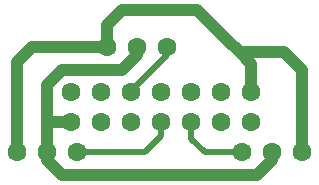
<source format=gtl>
G04 (created by PCBNEW (2013-may-18)-stable) date Пт 28 авг 2015 20:41:23*
%MOIN*%
G04 Gerber Fmt 3.4, Leading zero omitted, Abs format*
%FSLAX34Y34*%
G01*
G70*
G90*
G04 APERTURE LIST*
%ADD10C,0.00590551*%
%ADD11C,0.0629921*%
%ADD12C,0.019685*%
%ADD13C,0.0393701*%
G04 APERTURE END LIST*
G54D10*
G54D11*
X52800Y-47000D03*
X52800Y-48000D03*
X54800Y-47000D03*
X54800Y-48000D03*
X53800Y-47000D03*
X53800Y-48000D03*
X49800Y-48000D03*
X49800Y-47000D03*
X51800Y-47000D03*
X51800Y-48000D03*
X50800Y-48000D03*
X50800Y-47000D03*
X48800Y-48000D03*
X48800Y-47000D03*
X50000Y-45500D03*
X51000Y-45500D03*
X52000Y-45500D03*
X47000Y-49000D03*
X48000Y-49000D03*
X49000Y-49000D03*
X56500Y-49000D03*
X55500Y-49000D03*
X54500Y-49000D03*
G54D12*
X50800Y-47000D02*
X50800Y-46950D01*
X52000Y-45750D02*
X52000Y-45500D01*
X50800Y-46950D02*
X52000Y-45750D01*
X49000Y-49000D02*
X51250Y-49000D01*
X51250Y-49000D02*
X51800Y-48450D01*
X51800Y-48450D02*
X51800Y-48000D01*
X54500Y-49000D02*
X53250Y-49000D01*
X52800Y-48550D02*
X52800Y-48000D01*
X53250Y-49000D02*
X52800Y-48550D01*
G54D13*
X56500Y-49000D02*
X56500Y-46263D01*
X55905Y-45669D02*
X54419Y-45669D01*
X56500Y-46263D02*
X55905Y-45669D01*
X50000Y-45500D02*
X50000Y-44750D01*
X53000Y-44250D02*
X54000Y-45250D01*
X50500Y-44250D02*
X53000Y-44250D01*
X50000Y-44750D02*
X50500Y-44250D01*
X50000Y-45500D02*
X47500Y-45500D01*
X47000Y-46000D02*
X47000Y-49000D01*
X47500Y-45500D02*
X47000Y-46000D01*
X54800Y-47000D02*
X54800Y-46050D01*
X54800Y-46050D02*
X54419Y-45669D01*
X54419Y-45669D02*
X54000Y-45250D01*
X48800Y-48000D02*
X48000Y-48000D01*
X48000Y-48000D02*
X48050Y-48000D01*
X48050Y-48000D02*
X48000Y-48000D01*
X48000Y-49000D02*
X48000Y-48000D01*
X48000Y-48000D02*
X48000Y-46750D01*
X51000Y-45750D02*
X51000Y-45500D01*
X50500Y-46250D02*
X51000Y-45750D01*
X48500Y-46250D02*
X50500Y-46250D01*
X48000Y-46750D02*
X48500Y-46250D01*
X48500Y-49750D02*
X55000Y-49750D01*
X48000Y-49250D02*
X48500Y-49750D01*
X48000Y-49000D02*
X48000Y-49250D01*
X55500Y-49250D02*
X55500Y-49000D01*
X55000Y-49750D02*
X55500Y-49250D01*
X48000Y-49000D02*
X48000Y-48800D01*
M02*

</source>
